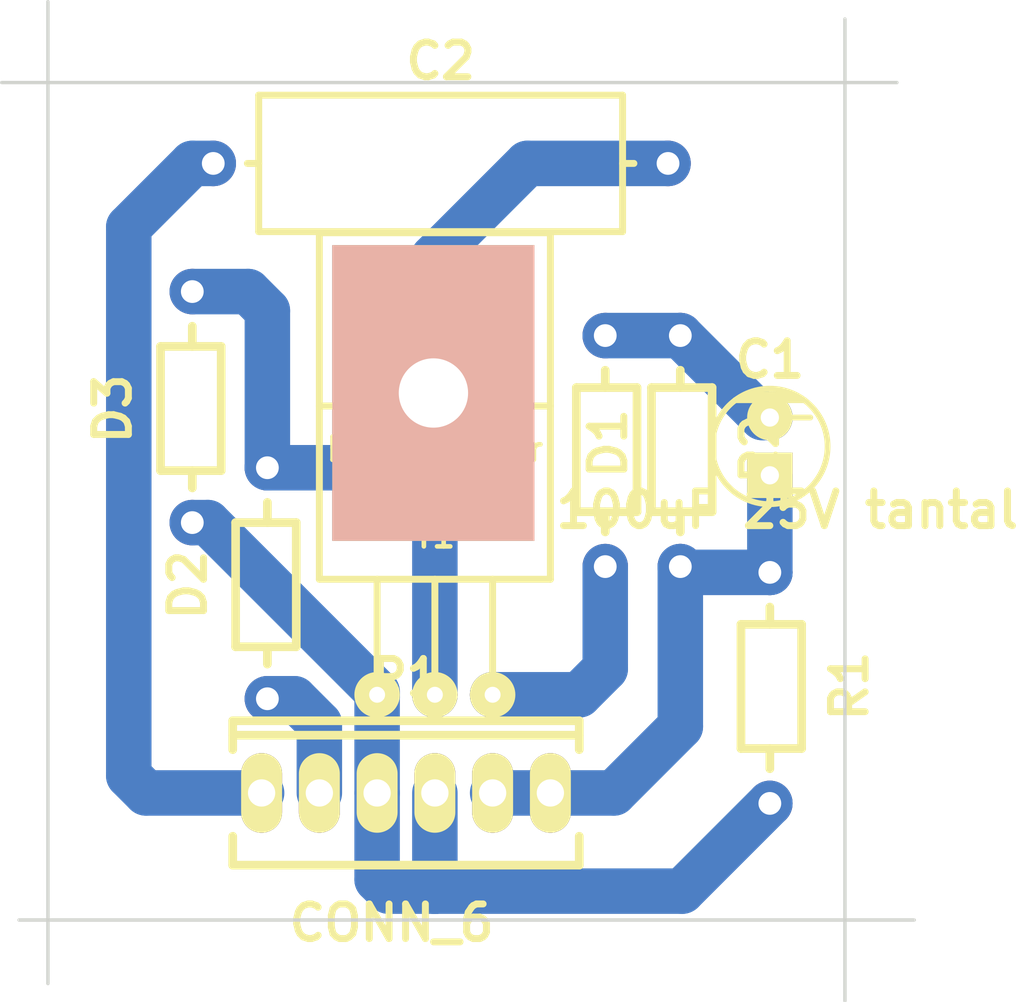
<source format=kicad_pcb>
(kicad_pcb (version 20240108) (generator "pcbnew") (generator_version "8.0")
  (layers (0 "F.Cu" signal) (31 "B.Cu" signal) (34 "B.Paste" user) (35 "F.Paste" user) (36 "B.SilkS" user) (37 "F.SilkS" user) (38 "B.Mask" user) (39 "F.Mask" user) (44 "Edge.Cuts" user))
  (net 0 "")
  (net 1 "/STER")
  (net 2 "Net-(C1-Pad2)")
  (net 3 "/CEWKA")
  (net 4 "Net-(C2-Pad2)")
  (net 5 "Net-(D1-Pad2)")
  (net 6 "/ZAS")
  (net 7 "GND")
  (footprint "Capacitors_ThroughHole:Capacitor5x6RM2.5" (layer "F.Cu") (at 57.15 143.764)
    (property "Reference" "C1" (at 0 -3.81 0) (layer "F.SilkS") (effects (font (size 1.524 1.524) (thickness 0.3048))))
    (property "Value" "100uF 25V tantal" (at 0.762 2.794 0) (layer "F.SilkS") (effects (font (size 1.524 1.524) (thickness 0.3048))))
    (fp_line (start -1.524 -2.032) (end 1.524 -2.032) (stroke (width 0.254)) (layer "F.SilkS"))
    (fp_line (start -1.016 -2.286) (end -1.016 -2.159) (stroke (width 0.254)) (layer "F.SilkS"))
    (fp_line (start -1.016 -2.159) (end 1.016 -2.159) (stroke (width 0.254)) (layer "F.SilkS"))
    (fp_line (start 0.889 -1.27) (end 1.778 -1.27) (stroke (width 0.254)) (layer "F.SilkS"))
    (fp_line (start 1.016 -2.286) (end -1.016 -2.286) (stroke (width 0.254)) (layer "F.SilkS"))
    (fp_circle (center 0 0) (end -2.54 0) (stroke (width 0.254)) (fill none) (layer "F.SilkS"))
    (pad "1" thru_hole rect (at 0 1.27) (size 1.99898 1.99898) (drill 0.8001) (layers "*.Cu" "*.Mask" "F.SilkS") (net 1 "/STER"))
    (pad "2" thru_hole circle (at 0 -1.27) (size 1.99898 1.99898) (drill 0.8001) (layers "*.Cu" "*.Mask" "F.SilkS") (net 2 "Net-(C1-Pad2)"))
  )
  (footprint "Choke_Axial_ThroughHole:Choke_Horizontal_RM20mm" (layer "F.Cu") (at 42.672 131.318)
    (property "Reference" "C2" (at 0 -4.50088 0) (layer "F.SilkS") (effects (font (size 1.524 1.524) (thickness 0.3048))))
    (property "Value" "1uF 450V" (hide yes))
    (fp_line (start -8.001 -2.99974) (end -8.001 2.99974) (stroke (width 0.3048)) (layer "F.SilkS"))
    (fp_line (start -8.001 0) (end -8.49884 0) (stroke (width 0.3048)) (layer "F.SilkS"))
    (fp_line (start -8.001 2.99974) (end 8.001 2.99974) (stroke (width 0.3048)) (layer "F.SilkS"))
    (fp_line (start 8.001 -2.99974) (end -8.001 -2.99974) (stroke (width 0.3048)) (layer "F.SilkS"))
    (fp_line (start 8.001 0) (end 8.49884 0) (stroke (width 0.3048)) (layer "F.SilkS"))
    (fp_line (start 8.001 2.99974) (end 8.001 -2.99974) (stroke (width 0.3048)) (layer "F.SilkS"))
    (pad "1" thru_hole circle (at -9.99998 0) (size 1.99898 1.99898) (drill 1.00076) (layers "*.Cu") (net 3 "/CEWKA"))
    (pad "2" thru_hole circle (at 9.99998 0) (size 1.99898 1.99898) (drill 1.00076) (layers "*.Cu") (net 4 "Net-(C2-Pad2)"))
  )
  (footprint "Choke_Axial_ThroughHole:Choke_Horizontal_RM10mm" (layer "F.Cu") (at 49.911 143.891 -90)
    (property "Reference" "D1" (at -0.254 -0.127 -90) (layer "F.SilkS") (effects (font (size 1.524 1.524) (thickness 0.3048))))
    (property "Value" "1N4007" (hide yes))
    (fp_line (start -2.71526 1.27) (end -2.71526 -1.397) (stroke (width 0.381)) (layer "F.SilkS"))
    (fp_line (start 2.74574 1.27) (end -2.71526 1.27) (stroke (width 0.381)) (layer "F.SilkS"))
    (fp_line (start -2.71526 0) (end -3.47726 0) (stroke (width 0.381)) (layer "F.SilkS"))
    (fp_line (start 2.74574 0) (end 3.63474 0) (stroke (width 0.381)) (layer "F.SilkS"))
    (fp_line (start -2.71526 -1.397) (end 2.74574 -1.397) (stroke (width 0.381)) (layer "F.SilkS"))
    (fp_line (start 2.74574 -1.397) (end 2.74574 1.27) (stroke (width 0.381)) (layer "F.SilkS"))
    (pad "1" thru_hole circle (at -5.00126 0 270) (size 1.99898 1.99898) (drill 1.00076) (layers "*.Cu") (net 2 "Net-(C1-Pad2)"))
    (pad "2" thru_hole circle (at 5.15874 0 270) (size 1.99898 1.99898) (drill 1.00076) (layers "*.Cu") (net 5 "Net-(D1-Pad2)"))
  )
  (footprint "Choke_Axial_ThroughHole:Choke_Horizontal_RM10mm" (layer "F.Cu") (at 35.052 149.86 90)
    (property "Reference" "D2" (at 0 -3.50012 90) (layer "F.SilkS") (effects (font (size 1.524 1.524) (thickness 0.3048))))
    (property "Value" "1N4007" (hide yes))
    (fp_line (start 2.74574 -1.397) (end 2.74574 1.27) (stroke (width 0.381)) (layer "F.SilkS"))
    (fp_line (start -2.71526 -1.397) (end 2.74574 -1.397) (stroke (width 0.381)) (layer "F.SilkS"))
    (fp_line (start 2.74574 0) (end 3.63474 0) (stroke (width 0.381)) (layer "F.SilkS"))
    (fp_line (start -2.71526 0) (end -3.47726 0) (stroke (width 0.381)) (layer "F.SilkS"))
    (fp_line (start 2.74574 1.27) (end -2.71526 1.27) (stroke (width 0.381)) (layer "F.SilkS"))
    (fp_line (start -2.71526 1.27) (end -2.71526 -1.397) (stroke (width 0.381)) (layer "F.SilkS"))
    (pad "1" thru_hole circle (at -5.00126 0 90) (size 1.99898 1.99898) (drill 1.00076) (layers "*.Cu") (net 6 "/ZAS"))
    (pad "2" thru_hole circle (at 5.15874 0 90) (size 1.99898 1.99898) (drill 1.00076) (layers "*.Cu") (net 4 "Net-(C2-Pad2)"))
  )
  (footprint "Choke_Axial_ThroughHole:Choke_Horizontal_RM10mm" (layer "F.Cu") (at 31.75 142.113 90)
    (property "Reference" "D3" (at 0 -3.50012 90) (layer "F.SilkS") (effects (font (size 1.524 1.524) (thickness 0.3048))))
    (property "Value" "1N4007" (hide yes))
    (fp_line (start 2.74574 -1.397) (end 2.74574 1.27) (stroke (width 0.381)) (layer "F.SilkS"))
    (fp_line (start -2.71526 -1.397) (end 2.74574 -1.397) (stroke (width 0.381)) (layer "F.SilkS"))
    (fp_line (start 2.74574 0) (end 3.63474 0) (stroke (width 0.381)) (layer "F.SilkS"))
    (fp_line (start -2.71526 0) (end -3.47726 0) (stroke (width 0.381)) (layer "F.SilkS"))
    (fp_line (start 2.74574 1.27) (end -2.71526 1.27) (stroke (width 0.381)) (layer "F.SilkS"))
    (fp_line (start -2.71526 1.27) (end -2.71526 -1.397) (stroke (width 0.381)) (layer "F.SilkS"))
    (pad "1" thru_hole circle (at -5.00126 0 90) (size 1.99898 1.99898) (drill 1.00076) (layers "*.Cu") (net 7 "GND"))
    (pad "2" thru_hole circle (at 5.15874 0 90) (size 1.99898 1.99898) (drill 1.00076) (layers "*.Cu") (net 4 "Net-(C2-Pad2)"))
  )
  (footprint "Sockets_MOLEX_KK-System:Socket_MOLEX-KK-RM2-54mm_Lock_6pin_straight" (layer "F.Cu") (at 41.148 159.004)
    (property "Reference" "P1" (at 0 -5.08 0) (layer "F.SilkS") (effects (font (size 1.524 1.524) (thickness 0.3048))))
    (property "Value" "CONN_6" (at -0.635 5.715 0) (layer "F.SilkS") (effects (font (size 1.524 1.524) (thickness 0.3048))))
    (fp_line (start -7.62 -3.175) (end 7.62 -3.175) (stroke (width 0.381)) (layer "F.SilkS"))
    (fp_line (start -7.62 -1.905) (end -7.62 -3.175) (stroke (width 0.381)) (layer "F.SilkS"))
    (fp_line (start -7.62 3.175) (end -7.62 1.905) (stroke (width 0.381)) (layer "F.SilkS"))
    (fp_line (start 7.62 -3.175) (end 7.62 -1.905) (stroke (width 0.381)) (layer "F.SilkS"))
    (fp_line (start 7.62 -2.54) (end -7.62 -2.54) (stroke (width 0.381)) (layer "F.SilkS"))
    (fp_line (start 7.62 3.175) (end -7.62 3.175) (stroke (width 0.381)) (layer "F.SilkS"))
    (fp_line (start 7.62 3.175) (end 7.62 1.905) (stroke (width 0.381)) (layer "F.SilkS"))
    (pad "1" thru_hole oval (at -6.35 0) (size 1.80086 3.50012) (drill 1.19888) (layers "*.Cu" "*.Mask" "F.SilkS") (net 3 "/CEWKA"))
    (pad "2" thru_hole oval (at -3.81 0) (size 1.80086 3.50012) (drill 1.19888) (layers "*.Cu" "*.Mask" "F.SilkS") (net 6 "/ZAS"))
    (pad "3" thru_hole oval (at -1.27 0) (size 1.80086 3.50012) (drill 1.19888) (layers "*.Cu" "*.Mask" "F.SilkS") (net 7 "GND"))
    (pad "4" thru_hole oval (at 1.27 0) (size 1.80086 3.50012) (drill 1.19888) (layers "*.Cu" "*.Mask" "F.SilkS") (net 7 "GND"))
    (pad "5" thru_hole oval (at 3.81 0) (size 1.80086 3.50012) (drill 1.19888) (layers "*.Cu" "*.Mask" "F.SilkS") (net 1 "/STER"))
    (pad "6" thru_hole oval (at 6.35 0) (size 1.80086 3.50012) (drill 1.19888) (layers "*.Cu" "*.Mask" "F.SilkS") (net 1 "/STER"))
  )
  (footprint "Choke_Axial_ThroughHole:Choke_Horizontal_RM10mm" (layer "F.Cu") (at 57.15 154.305 -90)
    (property "Reference" "R1" (at 0 -3.50012 -90) (layer "F.SilkS") (effects (font (size 1.524 1.524) (thickness 0.3048))))
    (property "Value" "47om" (hide yes))
    (fp_line (start -2.71526 1.27) (end -2.71526 -1.397) (stroke (width 0.381)) (layer "F.SilkS"))
    (fp_line (start 2.74574 1.27) (end -2.71526 1.27) (stroke (width 0.381)) (layer "F.SilkS"))
    (fp_line (start -2.71526 0) (end -3.47726 0) (stroke (width 0.381)) (layer "F.SilkS"))
    (fp_line (start 2.74574 0) (end 3.63474 0) (stroke (width 0.381)) (layer "F.SilkS"))
    (fp_line (start -2.71526 -1.397) (end 2.74574 -1.397) (stroke (width 0.381)) (layer "F.SilkS"))
    (fp_line (start 2.74574 -1.397) (end 2.74574 1.27) (stroke (width 0.381)) (layer "F.SilkS"))
    (pad "1" thru_hole circle (at -5.00126 0 270) (size 1.99898 1.99898) (drill 1.00076) (layers "*.Cu") (net 1 "/STER"))
    (pad "2" thru_hole circle (at 5.15874 0 270) (size 1.99898 1.99898) (drill 1.00076) (layers "*.Cu") (net 7 "GND"))
  )
  (footprint "Choke_Axial_ThroughHole:Choke_Horizontal_RM10mm" (layer "F.Cu") (at 53.213 143.891 -90)
    (property "Reference" "R2" (at 0 -3.50012 -90) (layer "F.SilkS") (effects (font (size 1.524 1.524) (thickness 0.3048))))
    (property "Value" "4,7k" (hide yes))
    (fp_line (start -2.71526 1.27) (end -2.71526 -1.397) (stroke (width 0.381)) (layer "F.SilkS"))
    (fp_line (start 2.74574 1.27) (end -2.71526 1.27) (stroke (width 0.381)) (layer "F.SilkS"))
    (fp_line (start -2.71526 0) (end -3.47726 0) (stroke (width 0.381)) (layer "F.SilkS"))
    (fp_line (start 2.74574 0) (end 3.63474 0) (stroke (width 0.381)) (layer "F.SilkS"))
    (fp_line (start -2.71526 -1.397) (end 2.74574 -1.397) (stroke (width 0.381)) (layer "F.SilkS"))
    (fp_line (start 2.74574 -1.397) (end 2.74574 1.27) (stroke (width 0.381)) (layer "F.SilkS"))
    (pad "1" thru_hole circle (at -5.00126 0 270) (size 1.99898 1.99898) (drill 1.00076) (layers "*.Cu") (net 2 "Net-(C1-Pad2)"))
    (pad "2" thru_hole circle (at 5.15874 0 270) (size 1.99898 1.99898) (drill 1.00076) (layers "*.Cu") (net 1 "/STER"))
  )
  (footprint "Tyrystor:TO220" (layer "F.Cu") (at 42.418 154.686 90)
    (property "Reference" "T1" (at 6.985 0 180) (layer "F.SilkS") (effects (font (size 1.016 1.016) (thickness 0.2032))))
    (property "Value" "BT151-800r" (at 10.795 0 180) (layer "F.SilkS") (effects (font (size 1.016 1.016) (thickness 0.2032))))
    (fp_line (start 20.32 -5.08) (end 5.08 -5.08) (stroke (width 0.3048)) (layer "F.SilkS"))
    (fp_line (start 5.08 -5.08) (end 5.08 5.08) (stroke (width 0.3048)) (layer "F.SilkS"))
    (fp_line (start 0 -2.54) (end 5.08 -2.54) (stroke (width 0.3048)) (layer "F.SilkS"))
    (fp_line (start 0 0) (end 5.08 0) (stroke (width 0.3048)) (layer "F.SilkS"))
    (fp_line (start 0 2.54) (end 5.08 2.54) (stroke (width 0.3048)) (layer "F.SilkS"))
    (fp_line (start 12.7 3.81) (end 12.7 -5.08) (stroke (width 0.3048)) (layer "F.SilkS"))
    (fp_line (start 12.7 3.81) (end 12.7 5.08) (stroke (width 0.3048)) (layer "F.SilkS"))
    (fp_line (start 20.32 5.08) (end 20.32 -5.08) (stroke (width 0.3048)) (layer "F.SilkS"))
    (fp_line (start 5.08 5.08) (end 20.32 5.08) (stroke (width 0.3048)) (layer "F.SilkS"))
    (pad "A" thru_hole circle (at 0 0 90) (size 2 2) (drill 0.7) (layers "*.Cu" "*.Mask" "F.SilkS") (net 4 "Net-(C2-Pad2)"))
    (pad "A" thru_hole rect (at 13.2715 -0.0635 90) (size 13 8.89) (drill 3.048) (layers "*.Cu" "*.SilkS" "*.Mask") (net 4 "Net-(C2-Pad2)"))
    (pad "G" thru_hole circle (at 0 2.54 90) (size 2 2) (drill 0.7) (layers "*.Cu" "*.Mask" "F.SilkS") (net 5 "Net-(D1-Pad2)"))
    (pad "K" thru_hole circle (at 0 -2.54 90) (size 2 2) (drill 0.7) (layers "*.Cu" "*.Mask" "F.SilkS") (net 7 "GND"))
  )
  (gr_line (start 63.5 164.592) (end 24.13 164.592) (stroke (width 0.15)) (layer "Edge.Cuts"))
  (gr_line (start 23.368 127.762) (end 62.738 127.762) (stroke (width 0.15)) (layer "Edge.Cuts"))
  (gr_line (start 25.4 167.386) (end 25.4 124.206) (stroke (width 0.15)) (layer "Edge.Cuts"))
  (gr_line (start 60.452 124.968) (end 60.452 168.148) (stroke (width 0.15)) (layer "Edge.Cuts"))
  (segment (start 57.15 149.30374) (end 56.896 149.04974) (width 2) (layer "B.Cu") (net 1))
  (segment (start 53.467 149.30374) (end 57.15 149.30374) (width 2) (layer "B.Cu") (net 1))
  (segment (start 53.213 156.083) (end 50.292 159.004) (width 2) (layer "B.Cu") (net 1))
  (segment (start 50.292 159.004) (end 47.498 159.004) (width 2) (layer "B.Cu") (net 1))
  (segment (start 44.958 159.004) (end 47.498 159.004) (width 2) (layer "B.Cu") (net 1))
  (segment (start 53.213 149.04974) (end 53.467 149.30374) (width 2) (layer "B.Cu") (net 1))
  (segment (start 53.213 149.04974) (end 53.213 156.083) (width 2) (layer "B.Cu") (net 1))
  (segment (start 57.15 145.034) (end 57.15 149.30374) (width 2) (layer "B.Cu") (net 1))
  (segment (start 53.213 138.88974) (end 56.81726 142.494) (width 2) (layer "B.Cu") (net 2))
  (segment (start 56.81726 142.494) (end 57.15 142.494) (width 2) (layer "B.Cu") (net 2))
  (segment (start 49.911 138.88974) (end 53.213 138.88974) (width 2) (layer "B.Cu") (net 2))
  (segment (start 29.718 159.004) (end 28.956 158.242) (width 2) (layer "B.Cu") (net 3))
  (segment (start 28.956 158.242) (end 28.956 134.112) (width 2) (layer "B.Cu") (net 3))
  (segment (start 28.956 134.112) (end 31.75 131.318) (width 2) (layer "B.Cu") (net 3))
  (segment (start 31.75 131.318) (end 32.67202 131.318) (width 2) (layer "B.Cu") (net 3))
  (segment (start 34.798 159.004) (end 29.718 159.004) (width 2) (layer "B.Cu") (net 3))
  (segment (start 42.418 141.478) (end 42.3545 141.4145) (width 2) (layer "B.Cu") (net 4))
  (segment (start 35.052 137.795) (end 34.21126 136.95426) (width 2) (layer "B.Cu") (net 4))
  (segment (start 34.21126 136.95426) (end 31.75 136.95426) (width 2) (layer "B.Cu") (net 4))
  (segment (start 39.06774 144.70126) (end 42.3545 141.4145) (width 2) (layer "B.Cu") (net 4))
  (segment (start 46.482 131.318) (end 42.3545 135.4455) (width 2) (layer "B.Cu") (net 4))
  (segment (start 42.3545 135.4455) (end 42.3545 141.4145) (width 2) (layer "B.Cu") (net 4))
  (segment (start 52.67198 131.318) (end 46.482 131.318) (width 2) (layer "B.Cu") (net 4))
  (segment (start 42.418 154.686) (end 42.418 141.478) (width 2) (layer "B.Cu") (net 4))
  (segment (start 35.052 144.70126) (end 35.052 137.795) (width 2) (layer "B.Cu") (net 4))
  (segment (start 35.052 144.70126) (end 39.06774 144.70126) (width 2) (layer "B.Cu") (net 4))
  (segment (start 49.911 153.543) (end 48.768 154.686) (width 2) (layer "B.Cu") (net 5))
  (segment (start 48.768 154.686) (end 44.958 154.686) (width 2) (layer "B.Cu") (net 5))
  (segment (start 49.911 149.04974) (end 49.911 153.543) (width 2) (layer "B.Cu") (net 5))
  (segment (start 37.338 155.956) (end 36.24326 154.86126) (width 2) (layer "B.Cu") (net 6))
  (segment (start 36.24326 154.86126) (end 35.052 154.86126) (width 2) (layer "B.Cu") (net 6))
  (segment (start 37.338 159.004) (end 37.338 155.956) (width 2) (layer "B.Cu") (net 6))
  (segment (start 32.43326 147.11426) (end 39.878 154.559) (width 2) (layer "B.Cu") (net 7))
  (segment (start 39.878 154.559) (end 39.878 154.686) (width 2) (layer "B.Cu") (net 7))
  (segment (start 53.29174 163.322) (end 42.418 163.322) (width 2) (layer "B.Cu") (net 7))
  (segment (start 40.386 163.322) (end 39.878 162.814) (width 2) (layer "B.Cu") (net 7))
  (segment (start 39.878 162.814) (end 39.878 159.004) (width 2) (layer "B.Cu") (net 7))
  (segment (start 42.418 163.322) (end 42.418 163.068) (width 2) (layer "B.Cu") (net 7))
  (segment (start 42.418 163.068) (end 42.418 163.322) (width 2) (layer "B.Cu") (net 7))
  (segment (start 42.418 163.322) (end 40.386 163.322) (width 2) (layer "B.Cu") (net 7))
  (segment (start 57.15 159.46374) (end 53.29174 163.322) (width 2) (layer "B.Cu") (net 7))
  (segment (start 39.878 154.686) (end 39.878 159.004) (width 2) (layer "B.Cu") (net 7))
  (segment (start 31.75 147.11426) (end 32.43326 147.11426) (width 2) (layer "B.Cu") (net 7))
  (segment (start 42.418 159.004) (end 42.418 163.322) (width 2) (layer "B.Cu") (net 7))
)
</source>
